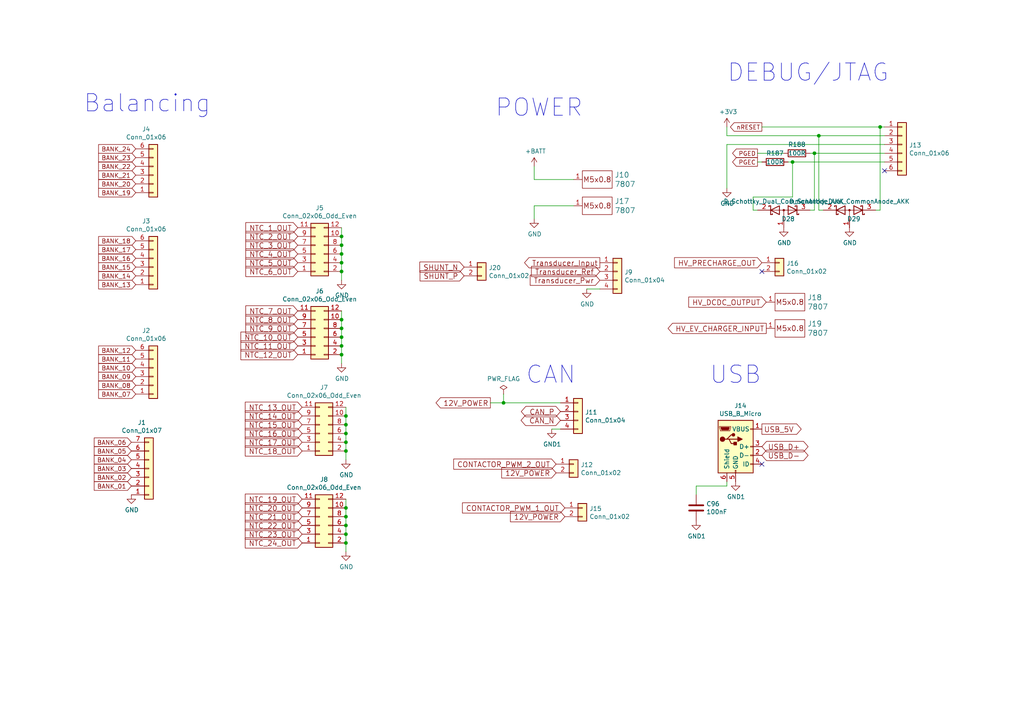
<source format=kicad_sch>
(kicad_sch (version 20211123) (generator eeschema)
  (paper "A4")
  (lib_symbols
    (symbol "Connector:USB_B_Micro" (pin_names (offset 1.016))
      (property "Reference" "J" (at -5.08 11.43 0))
      (property "Value" "USB_B_Micro" (at -5.08 8.89 0))
      (symbol "USB_B_Micro_0_1"
        (rectangle (start -5.08 -7.62) (end 5.08 7.62) (stroke (width 0.254)) (fill (type background)))
        (circle (center -3.81 2.159) (radius 0.635) (stroke (width 0.254)) (fill (type outline)))
        (circle (center -0.635 3.429) (radius 0.381) (stroke (width 0.254)) (fill (type outline)))
        (rectangle (start -0.127 -7.62) (end 0.127 -6.858))
        (polyline (pts (xy -1.905 2.159) (xy 0.635 2.159)) (stroke (width 0.254)))
        (polyline (pts (xy -3.175 2.159) (xy -2.54 2.159) (xy -1.27 3.429) (xy -0.635 3.429)) (stroke (width 0.254)))
        (polyline (pts (xy -2.54 2.159) (xy -1.905 2.159) (xy -1.27 0.889) (xy 0 0.889)) (stroke (width 0.254)))
        (polyline (pts (xy 0.635 2.794) (xy 0.635 1.524) (xy 1.905 2.159) (xy 0.635 2.794)) (stroke (width 0.254)) (fill (type outline)))
        (polyline (pts (xy -4.318 5.588) (xy -1.778 5.588) (xy -2.032 4.826) (xy -4.064 4.826) (xy -4.318 5.588)) (fill (type outline)))
        (polyline (pts (xy -4.699 5.842) (xy -4.699 5.588) (xy -4.445 4.826) (xy -4.445 4.572) (xy -1.651 4.572) (xy -1.651 4.826) (xy -1.397 5.588) (xy -1.397 5.842) (xy -4.699 5.842)))
        (rectangle (start 0.254 1.27) (end -0.508 0.508) (stroke (width 0.254)) (fill (type outline)))
        (rectangle (start 5.08 -5.207) (end 4.318 -4.953))
        (rectangle (start 5.08 -2.667) (end 4.318 -2.413))
        (rectangle (start 5.08 -0.127) (end 4.318 0.127))
        (rectangle (start 5.08 4.953) (end 4.318 5.207))
      )
      (symbol "USB_B_Micro_1_1"
        (pin power_out line (at 7.62 5.08 180) (length 2.54) (name "VBUS") (number "1"))
        (pin bidirectional line (at 7.62 -2.54 180) (length 2.54) (name "D-") (number "2"))
        (pin bidirectional line (at 7.62 0 180) (length 2.54) (name "D+") (number "3"))
        (pin passive line (at 7.62 -5.08 180) (length 2.54) (name "ID") (number "4"))
        (pin power_out line (at 0 -10.16 90) (length 2.54) (name "GND") (number "5"))
        (pin passive line (at -2.54 -10.16 90) (length 2.54) (name "Shield") (number "6"))
      )
    )
    (symbol "Connector_Generic:Conn_01x02" (pin_names (offset 1.016) hide)
      (property "Reference" "J" (at 0 2.54 0))
      (property "Value" "Conn_01x02" (at 0 -5.08 0))
      (symbol "Conn_01x02_1_1"
        (rectangle (start -1.27 -2.413) (end 0 -2.667) (stroke (width 0.1524)))
        (rectangle (start -1.27 0.127) (end 0 -0.127) (stroke (width 0.1524)))
        (rectangle (start -1.27 1.27) (end 1.27 -3.81) (stroke (width 0.254)) (fill (type background)))
        (pin passive line (at -5.08 0 0) (length 3.81) (name "Pin_1") (number "1"))
        (pin passive line (at -5.08 -2.54 0) (length 3.81) (name "Pin_2") (number "2"))
      )
    )
    (symbol "Connector_Generic:Conn_01x04" (pin_names (offset 1.016) hide)
      (property "Reference" "J" (at 0 5.08 0))
      (property "Value" "Conn_01x04" (at 0 -7.62 0))
      (symbol "Conn_01x04_1_1"
        (rectangle (start -1.27 -4.953) (end 0 -5.207) (stroke (width 0.1524)))
        (rectangle (start -1.27 -2.413) (end 0 -2.667) (stroke (width 0.1524)))
        (rectangle (start -1.27 0.127) (end 0 -0.127) (stroke (width 0.1524)))
        (rectangle (start -1.27 2.667) (end 0 2.413) (stroke (width 0.1524)))
        (rectangle (start -1.27 3.81) (end 1.27 -6.35) (stroke (width 0.254)) (fill (type background)))
        (pin passive line (at -5.08 2.54 0) (length 3.81) (name "Pin_1") (number "1"))
        (pin passive line (at -5.08 0 0) (length 3.81) (name "Pin_2") (number "2"))
        (pin passive line (at -5.08 -2.54 0) (length 3.81) (name "Pin_3") (number "3"))
        (pin passive line (at -5.08 -5.08 0) (length 3.81) (name "Pin_4") (number "4"))
      )
    )
    (symbol "Connector_Generic:Conn_01x06" (pin_names (offset 1.016) hide)
      (property "Reference" "J" (at 0 7.62 0))
      (property "Value" "Conn_01x06" (at 0 -10.16 0))
      (symbol "Conn_01x06_1_1"
        (rectangle (start -1.27 -7.493) (end 0 -7.747) (stroke (width 0.1524)))
        (rectangle (start -1.27 -4.953) (end 0 -5.207) (stroke (width 0.1524)))
        (rectangle (start -1.27 -2.413) (end 0 -2.667) (stroke (width 0.1524)))
        (rectangle (start -1.27 0.127) (end 0 -0.127) (stroke (width 0.1524)))
        (rectangle (start -1.27 2.667) (end 0 2.413) (stroke (width 0.1524)))
        (rectangle (start -1.27 5.207) (end 0 4.953) (stroke (width 0.1524)))
        (rectangle (start -1.27 6.35) (end 1.27 -8.89) (stroke (width 0.254)) (fill (type background)))
        (pin passive line (at -5.08 5.08 0) (length 3.81) (name "Pin_1") (number "1"))
        (pin passive line (at -5.08 2.54 0) (length 3.81) (name "Pin_2") (number "2"))
        (pin passive line (at -5.08 0 0) (length 3.81) (name "Pin_3") (number "3"))
        (pin passive line (at -5.08 -2.54 0) (length 3.81) (name "Pin_4") (number "4"))
        (pin passive line (at -5.08 -5.08 0) (length 3.81) (name "Pin_5") (number "5"))
        (pin passive line (at -5.08 -7.62 0) (length 3.81) (name "Pin_6") (number "6"))
      )
    )
    (symbol "Connector_Generic:Conn_01x07" (pin_names (offset 1.016) hide)
      (property "Reference" "J" (at 0 10.16 0))
      (property "Value" "Conn_01x07" (at 0 -10.16 0))
      (symbol "Conn_01x07_1_1"
        (rectangle (start -1.27 -7.493) (end 0 -7.747) (stroke (width 0.1524)))
        (rectangle (start -1.27 -4.953) (end 0 -5.207) (stroke (width 0.1524)))
        (rectangle (start -1.27 -2.413) (end 0 -2.667) (stroke (width 0.1524)))
        (rectangle (start -1.27 0.127) (end 0 -0.127) (stroke (width 0.1524)))
        (rectangle (start -1.27 2.667) (end 0 2.413) (stroke (width 0.1524)))
        (rectangle (start -1.27 5.207) (end 0 4.953) (stroke (width 0.1524)))
        (rectangle (start -1.27 7.747) (end 0 7.493) (stroke (width 0.1524)))
        (rectangle (start -1.27 8.89) (end 1.27 -8.89) (stroke (width 0.254)) (fill (type background)))
        (pin passive line (at -5.08 7.62 0) (length 3.81) (name "Pin_1") (number "1"))
        (pin passive line (at -5.08 5.08 0) (length 3.81) (name "Pin_2") (number "2"))
        (pin passive line (at -5.08 2.54 0) (length 3.81) (name "Pin_3") (number "3"))
        (pin passive line (at -5.08 0 0) (length 3.81) (name "Pin_4") (number "4"))
        (pin passive line (at -5.08 -2.54 0) (length 3.81) (name "Pin_5") (number "5"))
        (pin passive line (at -5.08 -5.08 0) (length 3.81) (name "Pin_6") (number "6"))
        (pin passive line (at -5.08 -7.62 0) (length 3.81) (name "Pin_7") (number "7"))
      )
    )
    (symbol "Connector_Generic:Conn_02x06_Odd_Even" (pin_names (offset 1.016) hide)
      (property "Reference" "J" (at 1.27 7.62 0))
      (property "Value" "Conn_02x06_Odd_Even" (at 1.27 -10.16 0))
      (symbol "Conn_02x06_Odd_Even_1_1"
        (rectangle (start -1.27 -7.493) (end 0 -7.747) (stroke (width 0.1524)))
        (rectangle (start -1.27 -4.953) (end 0 -5.207) (stroke (width 0.1524)))
        (rectangle (start -1.27 -2.413) (end 0 -2.667) (stroke (width 0.1524)))
        (rectangle (start -1.27 0.127) (end 0 -0.127) (stroke (width 0.1524)))
        (rectangle (start -1.27 2.667) (end 0 2.413) (stroke (width 0.1524)))
        (rectangle (start -1.27 5.207) (end 0 4.953) (stroke (width 0.1524)))
        (rectangle (start -1.27 6.35) (end 3.81 -8.89) (stroke (width 0.254)) (fill (type background)))
        (rectangle (start 3.81 -7.493) (end 2.54 -7.747) (stroke (width 0.1524)))
        (rectangle (start 3.81 -4.953) (end 2.54 -5.207) (stroke (width 0.1524)))
        (rectangle (start 3.81 -2.413) (end 2.54 -2.667) (stroke (width 0.1524)))
        (rectangle (start 3.81 0.127) (end 2.54 -0.127) (stroke (width 0.1524)))
        (rectangle (start 3.81 2.667) (end 2.54 2.413) (stroke (width 0.1524)))
        (rectangle (start 3.81 5.207) (end 2.54 4.953) (stroke (width 0.1524)))
        (pin passive line (at -5.08 5.08 0) (length 3.81) (name "Pin_1") (number "1"))
        (pin passive line (at 7.62 -5.08 180) (length 3.81) (name "Pin_10") (number "10"))
        (pin passive line (at -5.08 -7.62 0) (length 3.81) (name "Pin_11") (number "11"))
        (pin passive line (at 7.62 -7.62 180) (length 3.81) (name "Pin_12") (number "12"))
        (pin passive line (at 7.62 5.08 180) (length 3.81) (name "Pin_2") (number "2"))
        (pin passive line (at -5.08 2.54 0) (length 3.81) (name "Pin_3") (number "3"))
        (pin passive line (at 7.62 2.54 180) (length 3.81) (name "Pin_4") (number "4"))
        (pin passive line (at -5.08 0 0) (length 3.81) (name "Pin_5") (number "5"))
        (pin passive line (at 7.62 0 180) (length 3.81) (name "Pin_6") (number "6"))
        (pin passive line (at -5.08 -2.54 0) (length 3.81) (name "Pin_7") (number "7"))
        (pin passive line (at 7.62 -2.54 180) (length 3.81) (name "Pin_8") (number "8"))
        (pin passive line (at -5.08 -5.08 0) (length 3.81) (name "Pin_9") (number "9"))
      )
    )
    (symbol "Connectors:7807" (pin_names (offset 1.016))
      (property "Reference" "J" (at -4.064 6.35 0))
      (property "Value" "7807" (at -3.556 -1.27 0))
      (symbol "7807_0_0"
        (text "M5x0.8" (at -4.318 2.54 0) (effects (font (size 1.524 1.524))))
      )
      (symbol "7807_1_1"
        (rectangle (start -8.636 5.08) (end 0 0))
        (pin power_out line (at 2.54 2.54 180) (length 2.4892) (name "~") (number "1"))
      )
    )
    (symbol "Device:C" (pin_numbers hide) (pin_names (offset 0.254))
      (property "Reference" "C" (at 0.635 2.54 0))
      (property "Value" "C" (at 0.635 -2.54 0))
      (symbol "C_0_1"
        (polyline (pts (xy -2.032 -0.762) (xy 2.032 -0.762)) (stroke (width 0.508)))
        (polyline (pts (xy -2.032 0.762) (xy 2.032 0.762)) (stroke (width 0.508)))
      )
      (symbol "C_1_1"
        (pin passive line (at 0 3.81 270) (length 2.794) (name "~") (number "1"))
        (pin passive line (at 0 -3.81 90) (length 2.794) (name "~") (number "2"))
      )
    )
    (symbol "Device:D_Schottky_Dual_CommonAnode_AKK" (pin_names (offset 0.762) hide)
      (property "Reference" "D" (at 1.27 -2.54 0))
      (property "Value" "D_Schottky_Dual_CommonAnode_AKK" (at 0 2.54 0))
      (symbol "D_Schottky_Dual_CommonAnode_AKK_0_1"
        (polyline (pts (xy -3.556 0) (xy 3.81 0)))
        (polyline (pts (xy 0 0) (xy 0 -2.54)))
        (polyline (pts (xy -3.81 1.27) (xy -3.81 -1.27) (xy -3.81 -1.27)) (stroke (width 0.254)))
        (polyline (pts (xy 3.81 1.27) (xy 3.81 -1.27) (xy 3.81 -1.27)) (stroke (width 0.254)))
        (polyline (pts (xy -3.81 1.27) (xy -4.318 1.27) (xy -4.318 1.016) (xy -4.318 1.016)) (stroke (width 0.254)))
        (polyline (pts (xy 3.81 -1.27) (xy 4.318 -1.27) (xy 4.318 -1.016) (xy 4.318 -1.016)) (stroke (width 0.254)))
        (polyline (pts (xy 3.81 1.27) (xy 3.302 1.27) (xy 3.302 1.016) (xy 3.302 1.016)) (stroke (width 0.254)))
        (polyline (pts (xy -3.302 -1.016) (xy -3.302 -1.27) (xy -3.81 -1.27) (xy -3.81 -1.27) (xy -3.81 -1.27)) (stroke (width 0.254)))
        (polyline (pts (xy -1.27 -1.27) (xy -3.81 0) (xy -1.27 1.27) (xy -1.27 -1.27) (xy -1.27 -1.27) (xy -1.27 -1.27)) (stroke (width 0.254)))
        (polyline (pts (xy 1.27 1.27) (xy 3.81 0) (xy 1.27 -1.27) (xy 1.27 1.27) (xy 1.27 1.27) (xy 1.27 1.27)) (stroke (width 0.254)))
        (circle (center 0 0) (radius 0.254) (fill (type outline)))
        (pin passive line (at 0 -5.08 90) (length 2.54) (name "A") (number "1"))
        (pin passive line (at -7.62 0 0) (length 3.81) (name "K") (number "2"))
        (pin passive line (at 7.62 0 180) (length 3.81) (name "K") (number "3"))
      )
    )
    (symbol "Device:R" (pin_numbers hide) (pin_names (offset 0))
      (property "Reference" "R" (at 2.032 0 90))
      (property "Value" "R" (at 0 0 90))
      (symbol "R_0_1"
        (rectangle (start -1.016 -2.54) (end 1.016 2.54) (stroke (width 0.254)))
      )
      (symbol "R_1_1"
        (pin passive line (at 0 3.81 270) (length 1.27) (name "~") (number "1"))
        (pin passive line (at 0 -3.81 90) (length 1.27) (name "~") (number "2"))
      )
    )
    (symbol "power:+3V3" (power) (pin_names (offset 0))
      (property "Value" "+3V3" (at 0 3.556 0))
      (symbol "+3V3_0_1"
        (polyline (pts (xy -0.762 1.27) (xy 0 2.54)))
        (polyline (pts (xy 0 0) (xy 0 2.54)))
        (polyline (pts (xy 0 2.54) (xy 0.762 1.27)))
      )
      (symbol "+3V3_1_1"
        (pin power_in line (at 0 0 90) (length 0) hide (name "+3V3") (number "1"))
      )
    )
    (symbol "power:+BATT" (power) (pin_names (offset 0))
      (property "Value" "+BATT" (at 0 3.556 0))
      (symbol "+BATT_0_1"
        (polyline (pts (xy -0.762 1.27) (xy 0 2.54)))
        (polyline (pts (xy 0 0) (xy 0 2.54)))
        (polyline (pts (xy 0 2.54) (xy 0.762 1.27)))
      )
      (symbol "+BATT_1_1"
        (pin power_in line (at 0 0 90) (length 0) hide (name "+BATT") (number "1"))
      )
    )
    (symbol "power:GND" (power) (pin_names (offset 0))
      (property "Value" "GND" (at 0 -3.81 0))
      (symbol "GND_0_1"
        (polyline (pts (xy 0 0) (xy 0 -1.27) (xy 1.27 -1.27) (xy 0 -2.54) (xy -1.27 -1.27) (xy 0 -1.27)))
      )
      (symbol "GND_1_1"
        (pin power_in line (at 0 0 270) (length 0) hide (name "GND") (number "1"))
      )
    )
    (symbol "power:GND1" (power) (pin_names (offset 0))
      (property "Value" "GND1" (at 0 -3.81 0))
      (symbol "GND1_0_1"
        (polyline (pts (xy 0 0) (xy 0 -1.27) (xy 1.27 -1.27) (xy 0 -2.54) (xy -1.27 -1.27) (xy 0 -1.27)))
      )
      (symbol "GND1_1_1"
        (pin power_in line (at 0 0 270) (length 0) hide (name "GND1") (number "1"))
      )
    )
    (symbol "power:PWR_FLAG" (power) (pin_numbers hide) (pin_names (offset 0) hide)
      (property "Value" "PWR_FLAG" (at 0 3.81 0))
      (symbol "PWR_FLAG_0_0"
        (pin power_out line (at 0 0 90) (length 0) (name "pwr") (number "1"))
      )
      (symbol "PWR_FLAG_0_1"
        (polyline (pts (xy 0 0) (xy 0 1.27) (xy -1.016 1.905) (xy 0 2.54) (xy 1.016 1.905) (xy 0 1.27)))
      )
    )
  )
  (junction (at 99.06 102.87))
  (junction (at 100.33 147.32))
  (junction (at 99.06 92.71))
  (junction (at 99.06 97.79))
  (junction (at 100.33 120.65))
  (junction (at 100.33 125.73))
  (junction (at 100.33 154.94))
  (junction (at 100.33 157.48))
  (junction (at 99.06 68.58))
  (junction (at 255.27 36.83))
  (junction (at 99.06 76.2))
  (junction (at 99.06 73.66))
  (junction (at 236.22 44.45))
  (junction (at 100.33 128.27))
  (junction (at 100.33 149.86))
  (junction (at 229.87 46.99))
  (junction (at 100.33 123.19))
  (junction (at 99.06 78.74))
  (junction (at 237.49 39.37))
  (junction (at 99.06 71.12))
  (junction (at 99.06 95.25))
  (junction (at 100.33 130.81))
  (junction (at 146.05 116.84))
  (junction (at 99.06 100.33))
  (junction (at 100.33 152.4))
  (no_connect (at 256.54 49.53))
  (no_connect (at 220.98 78.74))
  (no_connect (at 220.98 134.62))
  (wire (pts (xy 228.6 46.99) (xy 229.87 46.99)))
  (wire (pts (xy 210.82 36.83) (xy 210.82 39.37)))
  (wire (pts (xy 220.98 36.83) (xy 255.27 36.83)))
  (wire (pts (xy 218.44 57.15) (xy 229.87 57.15)))
  (wire (pts (xy 99.06 76.2) (xy 99.06 78.74)))
  (wire (pts (xy 238.76 60.96) (xy 237.49 60.96)))
  (wire (pts (xy 210.82 39.37) (xy 237.49 39.37)))
  (wire (pts (xy 100.33 130.81) (xy 100.33 133.35)))
  (wire (pts (xy 100.33 147.32) (xy 100.33 149.86)))
  (wire (pts (xy 210.82 139.7) (xy 210.82 140.97)))
  (wire (pts (xy 254 60.96) (xy 255.27 60.96)))
  (wire (pts (xy 154.94 52.07) (xy 154.94 48.26)))
  (wire (pts (xy 227.33 44.45) (xy 219.71 44.45)))
  (wire (pts (xy 218.44 60.96) (xy 218.44 57.15)))
  (wire (pts (xy 160.02 124.46) (xy 162.56 124.46)))
  (wire (pts (xy 210.82 41.91) (xy 256.54 41.91)))
  (wire (pts (xy 100.33 154.94) (xy 100.33 157.48)))
  (wire (pts (xy 236.22 44.45) (xy 256.54 44.45)))
  (wire (pts (xy 99.06 97.79) (xy 99.06 100.33)))
  (wire (pts (xy 237.49 60.96) (xy 237.49 39.37)))
  (wire (pts (xy 236.22 44.45) (xy 236.22 60.96)))
  (wire (pts (xy 99.06 78.74) (xy 99.06 81.28)))
  (wire (pts (xy 99.06 102.87) (xy 99.06 105.41)))
  (wire (pts (xy 219.71 60.96) (xy 218.44 60.96)))
  (wire (pts (xy 99.06 73.66) (xy 99.06 76.2)))
  (wire (pts (xy 237.49 39.37) (xy 256.54 39.37)))
  (wire (pts (xy 99.06 100.33) (xy 99.06 102.87)))
  (wire (pts (xy 100.33 144.78) (xy 100.33 147.32)))
  (wire (pts (xy 100.33 118.11) (xy 100.33 120.65)))
  (wire (pts (xy 255.27 60.96) (xy 255.27 36.83)))
  (wire (pts (xy 210.82 54.61) (xy 210.82 41.91)))
  (wire (pts (xy 146.05 116.84) (xy 162.56 116.84)))
  (wire (pts (xy 236.22 60.96) (xy 234.95 60.96)))
  (wire (pts (xy 170.18 83.82) (xy 173.99 83.82)))
  (wire (pts (xy 99.06 92.71) (xy 99.06 95.25)))
  (wire (pts (xy 210.82 140.97) (xy 201.93 140.97)))
  (wire (pts (xy 154.94 52.07) (xy 166.37 52.07)))
  (wire (pts (xy 154.94 59.69) (xy 166.37 59.69)))
  (wire (pts (xy 229.87 46.99) (xy 256.54 46.99)))
  (wire (pts (xy 100.33 152.4) (xy 100.33 154.94)))
  (wire (pts (xy 100.33 157.48) (xy 100.33 160.02)))
  (wire (pts (xy 146.05 114.3) (xy 146.05 116.84)))
  (wire (pts (xy 99.06 68.58) (xy 99.06 71.12)))
  (wire (pts (xy 99.06 95.25) (xy 99.06 97.79)))
  (wire (pts (xy 142.24 116.84) (xy 146.05 116.84)))
  (wire (pts (xy 236.22 44.45) (xy 234.95 44.45)))
  (wire (pts (xy 99.06 66.04) (xy 99.06 68.58)))
  (wire (pts (xy 154.94 63.5) (xy 154.94 59.69)))
  (wire (pts (xy 100.33 128.27) (xy 100.33 130.81)))
  (wire (pts (xy 220.98 46.99) (xy 219.71 46.99)))
  (wire (pts (xy 99.06 71.12) (xy 99.06 73.66)))
  (wire (pts (xy 229.87 57.15) (xy 229.87 46.99)))
  (wire (pts (xy 100.33 120.65) (xy 100.33 123.19)))
  (wire (pts (xy 100.33 123.19) (xy 100.33 125.73)))
  (wire (pts (xy 201.93 140.97) (xy 201.93 143.51)))
  (wire (pts (xy 100.33 125.73) (xy 100.33 128.27)))
  (wire (pts (xy 255.27 36.83) (xy 256.54 36.83)))
  (wire (pts (xy 100.33 149.86) (xy 100.33 152.4)))
  (wire (pts (xy 99.06 90.17) (xy 99.06 92.71)))
  (text "Balancing" (at 24.13 33.02 0) (effects (font (size 5.0038 5.0038)) (justify left bottom)))
  (text "NTCs" (at -38.1 55.88 0) (effects (font (size 7.493 7.493)) (justify left bottom)))
  (text "POWER" (at 143.51 34.29 0) (effects (font (size 5.0038 5.0038)) (justify left bottom)))
  (text "CAN" (at 152.4 111.76 0) (effects (font (size 5.0038 5.0038)) (justify left bottom)))
  (text "USB" (at 205.74 111.76 0) (effects (font (size 5.0038 5.0038)) (justify left bottom)))
  (text "DEBUG/JTAG" (at 210.82 24.13 0) (effects (font (size 5.0038 5.0038)) (justify left bottom)))
  (global_label "NTC_22_OUT" (shape input) (at 87.63 152.4 180) (effects (font (size 1.4986 1.4986))) (property "Intersheet References" "${INTERSHEET_REFS}" (effects hide)))
  (global_label "BANK_20" (shape input) (at 39.37 53.34 180) (property "Intersheet References" "${INTERSHEET_REFS}" (effects hide)))
  (global_label "USB_5V" (shape output) (at 220.98 124.46 0) (effects (font (size 1.524 1.524))) (property "Intersheet References" "${INTERSHEET_REFS}" (effects hide)))
  (global_label "BANK_17" (shape input) (at 39.37 72.39 180) (property "Intersheet References" "${INTERSHEET_REFS}" (effects hide)))
  (global_label "BANK_02" (shape input) (at 38.1 138.43 180) (property "Intersheet References" "${INTERSHEET_REFS}" (effects hide)))
  (global_label "Transducer_Input" (shape output) (at 173.99 76.2 180) (effects (font (size 1.4986 1.4986))) (property "Intersheet References" "${INTERSHEET_REFS}" (effects hide)))
  (global_label "CONTACTOR_PWM_1_OUT" (shape input) (at 163.83 147.32 180) (effects (font (size 1.4986 1.4986))) (property "Intersheet References" "${INTERSHEET_REFS}" (effects hide)))
  (global_label "CAN_N" (shape bidirectional) (at 162.56 121.92 180) (effects (font (size 1.524 1.524))) (property "Intersheet References" "${INTERSHEET_REFS}" (effects hide)))
  (global_label "CONTACTOR_PWM_2_OUT" (shape input) (at 161.29 134.62 180) (effects (font (size 1.4986 1.4986))) (property "Intersheet References" "${INTERSHEET_REFS}" (effects hide)))
  (global_label "BANK_07" (shape input) (at 39.37 114.3 180) (property "Intersheet References" "${INTERSHEET_REFS}" (effects hide)))
  (global_label "BANK_21" (shape input) (at 39.37 50.8 180) (property "Intersheet References" "${INTERSHEET_REFS}" (effects hide)))
  (global_label "BANK_22" (shape input) (at 39.37 48.26 180) (property "Intersheet References" "${INTERSHEET_REFS}" (effects hide)))
  (global_label "NTC_7_OUT" (shape input) (at 86.36 90.17 180) (effects (font (size 1.4986 1.4986))) (property "Intersheet References" "${INTERSHEET_REFS}" (effects hide)))
  (global_label "12V_POWER" (shape input) (at 163.83 149.86 180) (effects (font (size 1.4986 1.4986))) (property "Intersheet References" "${INTERSHEET_REFS}" (effects hide)))
  (global_label "NTC_9_OUT" (shape input) (at 86.36 95.25 180) (effects (font (size 1.4986 1.4986))) (property "Intersheet References" "${INTERSHEET_REFS}" (effects hide)))
  (global_label "nRESET" (shape output) (at 220.98 36.83 180) (effects (font (size 1.2446 1.2446))) (property "Intersheet References" "${INTERSHEET_REFS}" (effects hide)))
  (global_label "NTC_12_OUT" (shape input) (at 86.36 102.87 180) (effects (font (size 1.4986 1.4986))) (property "Intersheet References" "${INTERSHEET_REFS}" (effects hide)))
  (global_label "NTC_13_OUT" (shape input) (at 87.63 118.11 180) (effects (font (size 1.4986 1.4986))) (property "Intersheet References" "${INTERSHEET_REFS}" (effects hide)))
  (global_label "NTC_18_OUT" (shape input) (at 87.63 130.81 180) (effects (font (size 1.4986 1.4986))) (property "Intersheet References" "${INTERSHEET_REFS}" (effects hide)))
  (global_label "NTC_5_OUT" (shape input) (at 86.36 76.2 180) (effects (font (size 1.4986 1.4986))) (property "Intersheet References" "${INTERSHEET_REFS}" (effects hide)))
  (global_label "NTC_24_OUT" (shape input) (at 87.63 157.48 180) (effects (font (size 1.4986 1.4986))) (property "Intersheet References" "${INTERSHEET_REFS}" (effects hide)))
  (global_label "SHUNT_P" (shape input) (at 134.62 80.01 180) (effects (font (size 1.4986 1.4986))) (property "Intersheet References" "${INTERSHEET_REFS}" (effects hide)))
  (global_label "USB_D+" (shape bidirectional) (at 220.98 129.54 0) (effects (font (size 1.524 1.524))) (property "Intersheet References" "${INTERSHEET_REFS}" (effects hide)))
  (global_label "NTC_21_OUT" (shape input) (at 87.63 149.86 180) (effects (font (size 1.4986 1.4986))) (property "Intersheet References" "${INTERSHEET_REFS}" (effects hide)))
  (global_label "Transducer_Ref" (shape input) (at 173.99 78.74 180) (effects (font (size 1.4986 1.4986))) (property "Intersheet References" "${INTERSHEET_REFS}" (effects hide)))
  (global_label "PGEC" (shape output) (at 219.71 46.99 180) (effects (font (size 1.2446 1.2446))) (property "Intersheet References" "${INTERSHEET_REFS}" (effects hide)))
  (global_label "NTC_6_OUT" (shape input) (at 86.36 78.74 180) (effects (font (size 1.4986 1.4986))) (property "Intersheet References" "${INTERSHEET_REFS}" (effects hide)))
  (global_label "USB_D-" (shape bidirectional) (at 220.98 132.08 0) (effects (font (size 1.524 1.524))) (property "Intersheet References" "${INTERSHEET_REFS}" (effects hide)))
  (global_label "NTC_14_OUT" (shape input) (at 87.63 120.65 180) (effects (font (size 1.4986 1.4986))) (property "Intersheet References" "${INTERSHEET_REFS}" (effects hide)))
  (global_label "BANK_03" (shape input) (at 38.1 135.89 180) (property "Intersheet References" "${INTERSHEET_REFS}" (effects hide)))
  (global_label "SHUNT_N" (shape input) (at 134.62 77.47 180) (effects (font (size 1.4986 1.4986))) (property "Intersheet References" "${INTERSHEET_REFS}" (effects hide)))
  (global_label "NTC_10_OUT" (shape input) (at 86.36 97.79 180) (effects (font (size 1.4986 1.4986))) (property "Intersheet References" "${INTERSHEET_REFS}" (effects hide)))
  (global_label "12V_POWER" (shape output) (at 142.24 116.84 180) (effects (font (size 1.4986 1.4986))) (property "Intersheet References" "${INTERSHEET_REFS}" (effects hide)))
  (global_label "BANK_12" (shape input) (at 39.37 101.6 180) (property "Intersheet References" "${INTERSHEET_REFS}" (effects hide)))
  (global_label "BANK_14" (shape input) (at 39.37 80.01 180) (property "Intersheet References" "${INTERSHEET_REFS}" (effects hide)))
  (global_label "Transducer_Pwr" (shape input) (at 173.99 81.28 180) (effects (font (size 1.4986 1.4986))) (property "Intersheet References" "${INTERSHEET_REFS}" (effects hide)))
  (global_label "NTC_8_OUT" (shape input) (at 86.36 92.71 180) (effects (font (size 1.4986 1.4986))) (property "Intersheet References" "${INTERSHEET_REFS}" (effects hide)))
  (global_label "NTC_17_OUT" (shape input) (at 87.63 128.27 180) (effects (font (size 1.4986 1.4986))) (property "Intersheet References" "${INTERSHEET_REFS}" (effects hide)))
  (global_label "HV_PRECHARGE_OUT" (shape input) (at 220.98 76.2 180) (effects (font (size 1.4986 1.4986))) (property "Intersheet References" "${INTERSHEET_REFS}" (effects hide)))
  (global_label "BANK_19" (shape input) (at 39.37 55.88 180) (property "Intersheet References" "${INTERSHEET_REFS}" (effects hide)))
  (global_label "BANK_18" (shape input) (at 39.37 69.85 180) (property "Intersheet References" "${INTERSHEET_REFS}" (effects hide)))
  (global_label "BANK_05" (shape input) (at 38.1 130.81 180) (property "Intersheet References" "${INTERSHEET_REFS}" (effects hide)))
  (global_label "BANK_11" (shape input) (at 39.37 104.14 180) (property "Intersheet References" "${INTERSHEET_REFS}" (effects hide)))
  (global_label "BANK_04" (shape input) (at 38.1 133.35 180) (property "Intersheet References" "${INTERSHEET_REFS}" (effects hide)))
  (global_label "BANK_13" (shape input) (at 39.37 82.55 180) (property "Intersheet References" "${INTERSHEET_REFS}" (effects hide)))
  (global_label "BANK_23" (shape input) (at 39.37 45.72 180) (property "Intersheet References" "${INTERSHEET_REFS}" (effects hide)))
  (global_label "NTC_16_OUT" (shape input) (at 87.63 125.73 180) (effects (font (size 1.4986 1.4986))) (property "Intersheet References" "${INTERSHEET_REFS}" (effects hide)))
  (global_label "HV_DCDC_OUTPUT" (shape input) (at 222.25 87.63 180) (effects (font (size 1.4986 1.4986))) (property "Intersheet References" "${INTERSHEET_REFS}" (effects hide)))
  (global_label "BANK_08" (shape input) (at 39.37 111.76 180) (property "Intersheet References" "${INTERSHEET_REFS}" (effects hide)))
  (global_label "NTC_1_OUT" (shape input) (at 86.36 66.04 180) (effects (font (size 1.4986 1.4986))) (property "Intersheet References" "${INTERSHEET_REFS}" (effects hide)))
  (global_label "NTC_20_OUT" (shape input) (at 87.63 147.32 180) (effects (font (size 1.4986 1.4986))) (property "Intersheet References" "${INTERSHEET_REFS}" (effects hide)))
  (global_label "NTC_2_OUT" (shape input) (at 86.36 68.58 180) (effects (font (size 1.4986 1.4986))) (property "Intersheet References" "${INTERSHEET_REFS}" (effects hide)))
  (global_label "BANK_10" (shape input) (at 39.37 106.68 180) (property "Intersheet References" "${INTERSHEET_REFS}" (effects hide)))
  (global_label "BANK_01" (shape input) (at 38.1 140.97 180) (property "Intersheet References" "${INTERSHEET_REFS}" (effects hide)))
  (global_label "NTC_3_OUT" (shape input) (at 86.36 71.12 180) (effects (font (size 1.4986 1.4986))) (property "Intersheet References" "${INTERSHEET_REFS}" (effects hide)))
  (global_label "NTC_11_OUT" (shape input) (at 86.36 100.33 180) (effects (font (size 1.4986 1.4986))) (property "Intersheet References" "${INTERSHEET_REFS}" (effects hide)))
  (global_label "PGED" (shape output) (at 219.71 44.45 180) (effects (font (size 1.2446 1.2446))) (property "Intersheet References" "${INTERSHEET_REFS}" (effects hide)))
  (global_label "NTC_4_OUT" (shape input) (at 86.36 73.66 180) (effects (font (size 1.4986 1.4986))) (property "Intersheet References" "${INTERSHEET_REFS}" (effects hide)))
  (global_label "12V_POWER" (shape input) (at 161.29 137.16 180) (effects (font (size 1.4986 1.4986))) (property "Intersheet References" "${INTERSHEET_REFS}" (effects hide)))
  (global_label "BANK_06" (shape input) (at 38.1 128.27 180) (property "Intersheet References" "${INTERSHEET_REFS}" (effects hide)))
  (global_label "NTC_23_OUT" (shape input) (at 87.63 154.94 180) (effects (font (size 1.4986 1.4986))) (property "Intersheet References" "${INTERSHEET_REFS}" (effects hide)))
  (global_label "NTC_19_OUT" (shape input) (at 87.63 144.78 180) (effects (font (size 1.4986 1.4986))) (property "Intersheet References" "${INTERSHEET_REFS}" (effects hide)))
  (global_label "BANK_24" (shape input) (at 39.37 43.18 180) (property "Intersheet References" "${INTERSHEET_REFS}" (effects hide)))
  (global_label "BANK_15" (shape input) (at 39.37 77.47 180) (property "Intersheet References" "${INTERSHEET_REFS}" (effects hide)))
  (global_label "CAN_P" (shape bidirectional) (at 162.56 119.38 180) (effects (font (size 1.524 1.524))) (property "Intersheet References" "${INTERSHEET_REFS}" (effects hide)))
  (global_label "HV_EV_CHARGER_INPUT" (shape output) (at 222.25 95.25 180) (effects (font (size 1.4986 1.4986))) (property "Intersheet References" "${INTERSHEET_REFS}" (effects hide)))
  (global_label "NTC_15_OUT" (shape input) (at 87.63 123.19 180) (effects (font (size 1.4986 1.4986))) (property "Intersheet References" "${INTERSHEET_REFS}" (effects hide)))
  (global_label "BANK_09" (shape input) (at 39.37 109.22 180) (property "Intersheet References" "${INTERSHEET_REFS}" (effects hide)))
  (global_label "BANK_16" (shape input) (at 39.37 74.93 180) (property "Intersheet References" "${INTERSHEET_REFS}" (effects hide)))
  (symbol (lib_id "Device:R") (at 231.14 44.45 270) (unit 1)
    (property "Reference" "R188" (at 231.14 41.91 90))
    (property "Value" "100R" (at 231.14 44.45 90))
    (property "Footprint" "Resistor_SMD:R_0603_1608Metric" (effects hide))
    (property "DNP" " " (effects hide))
    (property "MPN" "AC0603FR-07100RL" (effects hide))
    (property "Part Number" "AC0603FR-07100RL" (effects hide))
    (property "Digikey_PN" "YAG3561CT-ND" (effects hide))
  )
  (symbol (lib_id "Device:R") (at 224.79 46.99 270) (unit 1)
    (property "Reference" "R187" (at 224.79 44.45 90))
    (property "Value" "100R" (at 224.79 46.99 90))
    (property "Footprint" "Resistor_SMD:R_0603_1608Metric" (effects hide))
    (property "DNP" " " (effects hide))
    (property "MPN" "AC0603FR-07100RL" (effects hide))
    (property "Part Number" "AC0603FR-07100RL" (effects hide))
    (property "Digikey_PN" "YAG3561CT-ND" (effects hide))
  )
  (symbol (lib_id "Connector:USB_B_Micro") (at 213.36 129.54 0) (unit 1)
    (property "Reference" "J14" (at 214.757 117.6782 0))
    (property "Value" "USB_B_Micro" (at 214.757 119.9896 0))
    (property "Footprint" "Connector_USB:USB_Micro-B_Molex-105017-0001" (effects hide))
    (property "DNP" " " (effects hide))
  )
  (symbol (lib_id "Device:C") (at 201.93 147.32 0) (unit 1)
    (property "Reference" "C96" (at 204.851 146.1516 0) (effects (justify left)))
    (property "Value" "100nF" (at 204.851 148.463 0) (effects (justify left)))
    (property "Footprint" "Capacitor_SMD:C_0603_1608Metric" (effects hide))
    (property "Datasheet" "http://psearch.en.murata.com/capacitor/product/GCM188R71H104KA57%23.pdf" (effects hide))
    (property "DNP" " " (effects hide))
    (property "Voltage" "50V" (effects hide))
    (property "MPN" "GCM188R71H104KA57D" (effects hide))
    (property "Part Number" "GCM188R71H104KA57D" (effects hide))
    (property "Digikey_PN" "490-4779-1-ND" (effects hide))
  )
  (symbol (lib_id "power:GND") (at 170.18 83.82 0) (unit 1)
    (property "Reference" "#PWR0141" (effects hide))
    (property "Value" "GND" (at 170.307 88.2142 0))
  )
  (symbol (lib_id "power:+BATT") (at 154.94 48.26 0) (unit 1)
    (property "Reference" "#PWR0133" (effects hide))
    (property "Value" "+BATT" (at 155.321 43.8658 0))
  )
  (symbol (lib_id "power:GND") (at 154.94 63.5 0) (unit 1)
    (property "Reference" "#PWR0134" (effects hide))
    (property "Value" "GND" (at 155.067 67.8942 0))
  )
  (symbol (lib_id "Connector_Generic:Conn_01x06") (at 261.62 41.91 0) (unit 1)
    (property "Reference" "J13" (at 263.652 42.1132 0) (effects (justify left)))
    (property "Value" "Conn_01x06" (at 263.652 44.4246 0) (effects (justify left)))
    (property "Footprint" "Connector_JST:JST_XH_B6B-XH-A_1x06_P2.50mm_Vertical" (effects hide))
    (property "DNP" " " (effects hide))
  )
  (symbol (lib_id "power:+3V3") (at 210.82 36.83 0) (unit 1)
    (property "Reference" "#PWR0135" (effects hide))
    (property "Value" "+3V3" (at 211.201 32.4358 0))
  )
  (symbol (lib_id "power:GND") (at 210.82 54.61 0) (unit 1)
    (property "Reference" "#PWR0136" (effects hide))
    (property "Value" "GND" (at 210.947 59.0042 0))
  )
  (symbol (lib_id "Connector_Generic:Conn_01x07") (at 43.18 135.89 0) (mirror x) (unit 1)
    (property "Reference" "J1" (at 41.1226 122.555 0))
    (property "Value" "Conn_01x07" (at 41.1226 124.8664 0))
    (property "Footprint" "Connector_JST:JST_XH_B7B-XH-A_1x07_P2.50mm_Vertical" (effects hide))
  )
  (symbol (lib_id "Connector_Generic:Conn_01x06") (at 44.45 109.22 0) (mirror x) (unit 1)
    (property "Reference" "J2" (at 42.3926 95.885 0))
    (property "Value" "Conn_01x06" (at 42.3926 98.1964 0))
    (property "Footprint" "Connector_JST:JST_XH_B6B-XH-A_1x06_P2.50mm_Vertical" (effects hide))
  )
  (symbol (lib_id "Connector_Generic:Conn_01x06") (at 44.45 77.47 0) (mirror x) (unit 1)
    (property "Reference" "J3" (at 42.3926 64.135 0))
    (property "Value" "Conn_01x06" (at 42.3926 66.4464 0))
    (property "Footprint" "Connector_JST:JST_XH_B6B-XH-A_1x06_P2.50mm_Vertical" (effects hide))
  )
  (symbol (lib_id "Connector_Generic:Conn_01x06") (at 44.45 50.8 0) (mirror x) (unit 1)
    (property "Reference" "J4" (at 42.3926 37.465 0))
    (property "Value" "Conn_01x06" (at 42.3926 39.7764 0))
    (property "Footprint" "Connector_JST:JST_XH_B6B-XH-A_1x06_P2.50mm_Vertical" (effects hide))
  )
  (symbol (lib_id "Connector_Generic:Conn_01x04") (at 179.07 78.74 0) (unit 1)
    (property "Reference" "J9" (at 181.102 78.9432 0) (effects (justify left)))
    (property "Value" "Conn_01x04" (at 181.102 81.2546 0) (effects (justify left)))
    (property "Footprint" "Connector_JST:JST_XH_B4B-XH-A_1x04_P2.50mm_Vertical" (effects hide))
  )
  (symbol (lib_id "Connector_Generic:Conn_01x04") (at 167.64 119.38 0) (unit 1)
    (property "Reference" "J11" (at 169.672 119.5832 0) (effects (justify left)))
    (property "Value" "Conn_01x04" (at 169.672 121.8946 0) (effects (justify left)))
    (property "Footprint" "Connector_JST:JST_XH_B4B-XH-A_1x04_P2.50mm_Vertical" (effects hide))
  )
  (symbol (lib_id "Connector_Generic:Conn_01x02") (at 166.37 134.62 0) (unit 1)
    (property "Reference" "J12" (at 168.402 134.8232 0) (effects (justify left)))
    (property "Value" "Conn_01x02" (at 168.402 137.1346 0) (effects (justify left)))
    (property "Footprint" "Connector_JST:JST_XH_B2B-XH-A_1x02_P2.50mm_Vertical" (effects hide))
  )
  (symbol (lib_id "Connector_Generic:Conn_01x02") (at 168.91 147.32 0) (unit 1)
    (property "Reference" "J15" (at 170.942 147.5232 0) (effects (justify left)))
    (property "Value" "Conn_01x02" (at 170.942 149.8346 0) (effects (justify left)))
    (property "Footprint" "Connector_JST:JST_XH_B2B-XH-A_1x02_P2.50mm_Vertical" (effects hide))
  )
  (symbol (lib_id "Connector_Generic:Conn_01x02") (at 226.06 76.2 0) (unit 1)
    (property "Reference" "J16" (at 228.092 76.4032 0) (effects (justify left)))
    (property "Value" "Conn_01x02" (at 228.092 78.7146 0) (effects (justify left)))
    (property "Footprint" "Connector_JST:JST_XH_B2B-XH-A_1x02_P2.50mm_Vertical" (effects hide))
  )
  (symbol (lib_id "power:GND1") (at 160.02 124.46 0) (unit 1)
    (property "Reference" "#PWR0197" (effects hide))
    (property "Value" "GND1" (at 160.147 128.8542 0))
  )
  (symbol (lib_id "power:GND1") (at 201.93 151.13 0) (unit 1)
    (property "Reference" "#PWR0198" (effects hide))
    (property "Value" "GND1" (at 202.057 155.5242 0))
  )
  (symbol (lib_id "power:GND1") (at 213.36 139.7 0) (unit 1)
    (property "Reference" "#PWR0199" (effects hide))
    (property "Value" "GND1" (at 213.487 144.0942 0))
  )
  (symbol (lib_id "Connectors:7807") (at 224.79 92.71 180) (unit 1)
    (property "Reference" "J19" (at 234.1372 93.9038 0) (effects (font (size 1.524 1.524)) (justify right)))
    (property "Value" "7807" (at 234.1372 96.5962 0) (effects (font (size 1.524 1.524)) (justify right)))
    (property "Footprint" "Footprints:7807" (effects hide))
    (property "Datasheet" "https://www.keyelco.com/userAssets/file/M65p69.pdf" (effects hide))
    (property "MPN" "7807" (effects hide))
    (property "Part Number" "7807" (effects hide))
    (property "Digikey_PN" "36-7807-ND " (effects hide))
  )
  (symbol (lib_id "Connectors:7807") (at 224.79 85.09 180) (unit 1)
    (property "Reference" "J18" (at 234.1372 86.2838 0) (effects (font (size 1.524 1.524)) (justify right)))
    (property "Value" "7807" (at 234.1372 88.9762 0) (effects (font (size 1.524 1.524)) (justify right)))
    (property "Footprint" "Footprints:7807" (effects hide))
    (property "Datasheet" "https://www.keyelco.com/userAssets/file/M65p69.pdf" (effects hide))
    (property "MPN" "7807" (effects hide))
    (property "Part Number" "7807" (effects hide))
    (property "Digikey_PN" "36-7807-ND " (effects hide))
  )
  (symbol (lib_id "Connectors:7807") (at 168.91 49.53 180) (unit 1)
    (property "Reference" "J10" (at 178.2572 50.7238 0) (effects (font (size 1.524 1.524)) (justify right)))
    (property "Value" "7807" (at 178.2572 53.4162 0) (effects (font (size 1.524 1.524)) (justify right)))
    (property "Footprint" "Footprints:7807" (effects hide))
    (property "Datasheet" "https://www.keyelco.com/userAssets/file/M65p69.pdf" (effects hide))
    (property "MPN" "7807" (effects hide))
    (property "Part Number" "7807" (effects hide))
    (property "Digikey_PN" "36-7807-ND " (effects hide))
  )
  (symbol (lib_id "Connectors:7807") (at 168.91 57.15 180) (unit 1)
    (property "Reference" "J17" (at 178.2572 58.3438 0) (effects (font (size 1.524 1.524)) (justify right)))
    (property "Value" "7807" (at 178.2572 61.0362 0) (effects (font (size 1.524 1.524)) (justify right)))
    (property "Footprint" "Footprints:7807" (effects hide))
    (property "Datasheet" "https://www.keyelco.com/userAssets/file/M65p69.pdf" (effects hide))
    (property "MPN" "7807" (effects hide))
    (property "Part Number" "7807" (effects hide))
    (property "Digikey_PN" "36-7807-ND " (effects hide))
  )
  (symbol (lib_id "Connector_Generic:Conn_02x06_Odd_Even") (at 91.44 73.66 0) (mirror x) (unit 1)
    (property "Reference" "J5" (at 92.71 60.325 0))
    (property "Value" "Conn_02x06_Odd_Even" (at 92.71 62.6364 0))
    (property "Footprint" "Connector_PinHeader_2.54mm:PinHeader_2x06_P2.54mm_Vertical" (effects hide))
  )
  (symbol (lib_id "Connector_Generic:Conn_02x06_Odd_Even") (at 92.71 152.4 0) (mirror x) (unit 1)
    (property "Reference" "J8" (at 93.98 139.065 0))
    (property "Value" "Conn_02x06_Odd_Even" (at 93.98 141.3764 0))
    (property "Footprint" "Connector_PinHeader_2.54mm:PinHeader_2x06_P2.54mm_Vertical" (effects hide))
  )
  (symbol (lib_id "Connector_Generic:Conn_02x06_Odd_Even") (at 91.44 97.79 0) (mirror x) (unit 1)
    (property "Reference" "J6" (at 92.71 84.455 0))
    (property "Value" "Conn_02x06_Odd_Even" (at 92.71 86.7664 0))
    (property "Footprint" "Connector_PinHeader_2.54mm:PinHeader_2x06_P2.54mm_Vertical" (effects hide))
  )
  (symbol (lib_id "Connector_Generic:Conn_02x06_Odd_Even") (at 92.71 125.73 0) (mirror x) (unit 1)
    (property "Reference" "J7" (at 93.98 112.395 0))
    (property "Value" "Conn_02x06_Odd_Even" (at 93.98 114.7064 0))
    (property "Footprint" "Connector_PinHeader_2.54mm:PinHeader_2x06_P2.54mm_Vertical" (effects hide))
  )
  (symbol (lib_id "power:GND") (at 38.1 143.51 0) (unit 1)
    (property "Reference" "#PWR0139" (effects hide))
    (property "Value" "GND" (at 38.227 147.9042 0))
  )
  (symbol (lib_id "power:GND") (at 99.06 81.28 0) (unit 1)
    (property "Reference" "#PWR0140" (effects hide))
    (property "Value" "GND" (at 99.187 85.6742 0))
  )
  (symbol (lib_id "power:GND") (at 99.06 105.41 0) (unit 1)
    (property "Reference" "#PWR0146" (effects hide))
    (property "Value" "GND" (at 99.187 109.8042 0))
  )
  (symbol (lib_id "power:GND") (at 100.33 133.35 0) (unit 1)
    (property "Reference" "#PWR0148" (effects hide))
    (property "Value" "GND" (at 100.457 137.7442 0))
  )
  (symbol (lib_id "power:GND") (at 100.33 160.02 0) (unit 1)
    (property "Reference" "#PWR0156" (effects hide))
    (property "Value" "GND" (at 100.457 164.4142 0))
  )
  (symbol (lib_id "Connector_Generic:Conn_01x02") (at 139.7 77.47 0) (unit 1)
    (property "Reference" "J20" (at 141.732 77.6732 0) (effects (justify left)))
    (property "Value" "Conn_01x02" (at 141.732 79.9846 0) (effects (justify left)))
    (property "Footprint" "Connector_JST:JST_XH_B2B-XH-A_1x02_P2.50mm_Vertical" (effects hide))
  )
  (symbol (lib_id "power:PWR_FLAG") (at 146.05 114.3 0) (unit 1)
    (property "Reference" "#FLG0117" (effects hide))
    (property "Value" "PWR_FLAG" (at 146.05 109.8804 0))
  )
  (symbol (lib_id "Device:D_Schottky_Dual_CommonAnode_AKK") (at 227.33 60.96 0) (unit 1)
    (property "Reference" "D28" (at 228.6 63.5 0))
    (property "Value" "D_Schottky_Dual_CommonAnode_AKK" (at 227.33 58.42 0))
    (property "Footprint" "Footprints:D_SOT-23_ANK" (effects hide))
    (property "Datasheet" "https://media.digikey.com/pdf/Data%20Sheets/ST%20Microelectronics%20PDFS/ESDCAN(01,24)-2BLY,.pdf" (effects hide))
    (property "MPN" "ESDCAN24-2BLY" (effects hide))
    (property "Part Number" "ESDCAN24-2BLY" (effects hide))
    (property "Digikey_PN" "1727-5397-1-ND" (effects hide))
  )
  (symbol (lib_id "power:GND") (at 227.33 66.04 0) (unit 1)
    (property "Reference" "#PWR012" (effects hide))
    (property "Value" "GND" (at 227.457 70.4342 0))
  )
  (symbol (lib_id "Device:D_Schottky_Dual_CommonAnode_AKK") (at 246.38 60.96 0) (unit 1)
    (property "Reference" "D29" (at 247.65 63.5 0))
    (property "Value" "D_Schottky_Dual_CommonAnode_AKK" (at 246.38 58.42 0))
    (property "Footprint" "Footprints:D_SOT-23_ANK" (effects hide))
    (property "Datasheet" "https://media.digikey.com/pdf/Data%20Sheets/ST%20Microelectronics%20PDFS/ESDCAN(01,24)-2BLY,.pdf" (effects hide))
    (property "MPN" "ESDCAN24-2BLY" (effects hide))
    (property "Part Number" "ESDCAN24-2BLY" (effects hide))
    (property "Digikey_PN" "1727-5397-1-ND" (effects hide))
  )
  (symbol (lib_id "power:GND") (at 246.38 66.04 0) (unit 1)
    (property "Reference" "#PWR030" (effects hide))
    (property "Value" "GND" (at 246.507 70.4342 0))
  )
)
</source>
